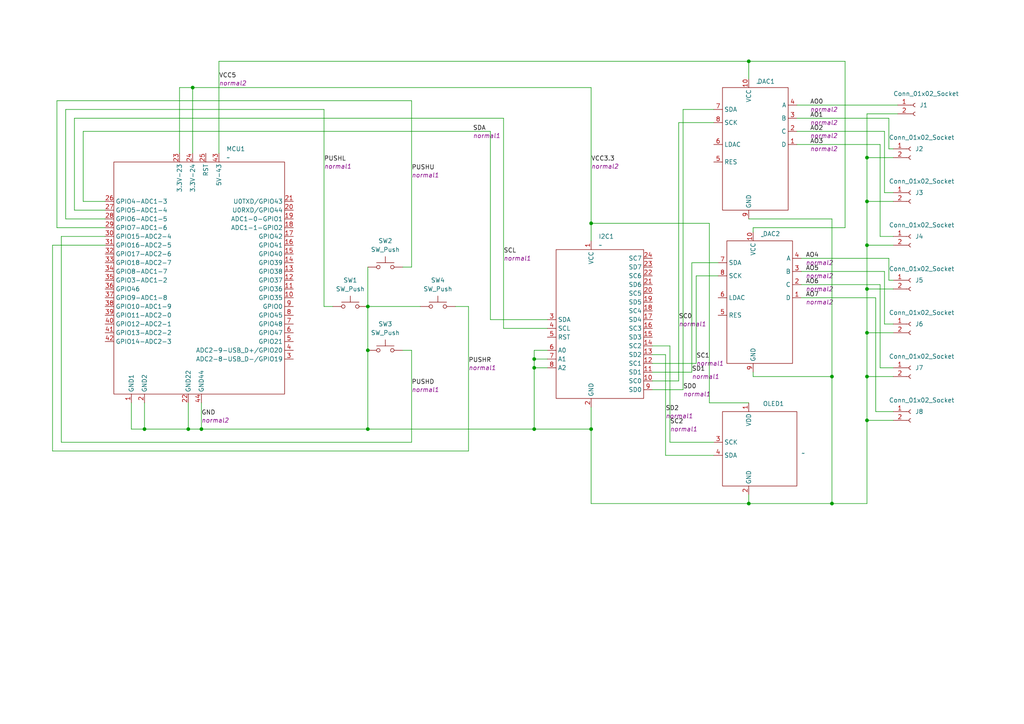
<source format=kicad_sch>
(kicad_sch (version 20250114) (generator "eeschema") (generator_version "9.0")
  (paper "A4")
  (title_block (title "MIDIWOUSH V8 Schaltplan") (date "2025-07-26") (rev "1") (company "Tutorius GbR"))
  (lib_symbols
    (symbol "20250611-MIDIWOUSH-V8:ESP32-S3-DevKitC-Ali"
      (property "Reference" "MCU" (at 10.922 37.338 0))
      (symbol "ESP32-S3-DevKitC-Ali_0_1"
        (rectangle (start -13.97 62.23) (end 35.56 -5.08))
      )
      (symbol "ESP32-S3-DevKitC-Ali_1_1"
        (pin bidirectional line (at -16.51 50.8 0) (length 2.54) (name "GPIO4-ADC1-3") (number "26"))
        (pin bidirectional line (at -16.51 48.26 0) (length 2.54) (name "GPIO5-ADC1-4") (number "27"))
        (pin bidirectional line (at -16.51 45.72 0) (length 2.54) (name "GPIO6-ADC1-5") (number "28"))
        (pin bidirectional line (at -16.51 43.18 0) (length 2.54) (name "GPIO7-ADC1-6") (number "29"))
        (pin bidirectional line (at -16.51 40.64 0) (length 2.54) (name "GPIO15-ADC2-4") (number "30"))
        (pin bidirectional line (at -16.51 38.1 0) (length 2.54) (name "GPIO16-ADC2-5") (number "31"))
        (pin bidirectional line (at -16.51 35.56 0) (length 2.54) (name "GPIO17-ADC2-6") (number "32"))
        (pin bidirectional line (at -16.51 33.02 0) (length 2.54) (name "GPIO18-ADC2-7") (number "33"))
        (pin bidirectional line (at -16.51 30.48 0) (length 2.54) (name "GPIO8-ADC1-7") (number "34"))
        (pin bidirectional line (at -16.51 27.94 0) (length 2.54) (name "GPIO3-ADC1-2") (number "35"))
        (pin bidirectional line (at -16.51 25.4 0) (length 2.54) (name "GPIO46") (number "36"))
        (pin bidirectional line (at -16.51 22.86 0) (length 2.54) (name "GPIO9-ADC1-8") (number "37"))
        (pin bidirectional line (at -16.51 20.32 0) (length 2.54) (name "GPIO10-ADC1-9") (number "38"))
        (pin bidirectional line (at -16.51 17.78 0) (length 2.54) (name "GPIO11-ADC2-0") (number "39"))
        (pin bidirectional line (at -16.51 15.24 0) (length 2.54) (name "GPIO12-ADC2-1") (number "40"))
        (pin bidirectional line (at -16.51 12.7 0) (length 2.54) (name "GPIO13-ADC2-2") (number "41"))
        (pin bidirectional line (at -16.51 10.16 0) (length 2.54) (name "GPIO14-ADC2-3") (number "42"))
        (pin power_in line (at -8.89 -7.62 90) (length 2.54) (name "GND1") (number "1"))
        (pin power_in line (at -5.08 -7.62 90) (length 2.54) (name "GND2") (number "2"))
        (pin power_in line (at 5.08 64.77 270) (length 2.54) (name "3.3V-23") (number "23"))
        (pin power_in line (at 7.62 -7.62 90) (length 2.54) (name "GND22") (number "22"))
        (pin power_in line (at 8.89 64.77 270) (length 2.54) (name "3.3V-24") (number "24"))
        (pin power_in line (at 11.43 -7.62 90) (length 2.54) (name "GND44") (number "44"))
        (pin input line (at 12.7 64.77 270) (length 2.54) (name "RST") (number "25"))
        (pin power_in line (at 16.51 64.77 270) (length 2.54) (name "5V-43") (number "43"))
        (pin bidirectional line (at 38.1 50.8 180) (length 2.54) (name "U0TXD/GPIO43") (number "21"))
        (pin bidirectional line (at 38.1 48.26 180) (length 2.54) (name "U0RXD/GPIO44") (number "20"))
        (pin bidirectional line (at 38.1 45.72 180) (length 2.54) (name "ADC1-0-GPIO1") (number "19"))
        (pin bidirectional line (at 38.1 43.18 180) (length 2.54) (name "ADC1-1-GPIO2") (number "18"))
        (pin bidirectional line (at 38.1 40.64 180) (length 2.54) (name "GPIO42") (number "17"))
        (pin bidirectional line (at 38.1 38.1 180) (length 2.54) (name "GPIO41") (number "16"))
        (pin bidirectional line (at 38.1 35.56 180) (length 2.54) (name "GPIO40") (number "15"))
        (pin bidirectional line (at 38.1 33.02 180) (length 2.54) (name "GPIO39") (number "14"))
        (pin bidirectional line (at 38.1 30.48 180) (length 2.54) (name "GPIO38") (number "13"))
        (pin bidirectional line (at 38.1 27.94 180) (length 2.54) (name "GPIO37") (number "12"))
        (pin bidirectional line (at 38.1 25.4 180) (length 2.54) (name "GPIO36") (number "11"))
        (pin bidirectional line (at 38.1 22.86 180) (length 2.54) (name "GPIO35") (number "10"))
        (pin bidirectional line (at 38.1 20.32 180) (length 2.54) (name "GPIO0") (number "9"))
        (pin bidirectional line (at 38.1 17.78 180) (length 2.54) (name "GPIO45") (number "8"))
        (pin bidirectional line (at 38.1 15.24 180) (length 2.54) (name "GPIO48") (number "7"))
        (pin bidirectional line (at 38.1 12.7 180) (length 2.54) (name "GPIO47") (number "6"))
        (pin bidirectional line (at 38.1 10.16 180) (length 2.54) (name "GPIO21") (number "5"))
        (pin bidirectional line (at 38.1 7.62 180) (length 2.54) (name "ADC2-9-USB_D+/GPIO20") (number "4"))
        (pin bidirectional line (at 38.1 5.08 180) (length 2.54) (name "ADC2-8-USB_D-/GPIO19") (number "3"))
      )
    )
    (symbol "20250611-MIDIWOUSH-V8:MCP4728"
      (property "Reference" "DAC" (at 0.254 4.318 0))
      (symbol "MCP4728_0_1"
        (rectangle (start -10.16 30.48) (end 8.89 -5.08))
      )
      (symbol "MCP4728_1_1"
        (pin bidirectional line (at -12.7 24.13 0) (length 2.54) (name "SDA") (number "7"))
        (pin bidirectional line (at -12.7 20.32 0) (length 2.54) (name "SCK") (number "8"))
        (pin input line (at -12.7 13.97 0) (length 2.54) (name "LDAC") (number "6"))
        (pin input line (at -12.7 8.89 0) (length 2.54) (name "RES") (number "5"))
        (pin power_in line (at -2.54 33.02 270) (length 2.54) (name "VCC") (number "10"))
        (pin power_in line (at -2.54 -7.62 90) (length 2.54) (name "GND") (number "9"))
        (pin output line (at 11.43 25.4 180) (length 2.54) (name "A") (number "4"))
        (pin output line (at 11.43 21.59 180) (length 2.54) (name "B") (number "3"))
        (pin output line (at 11.43 17.78 180) (length 2.54) (name "C") (number "2"))
        (pin output line (at 11.43 13.97 180) (length 2.54) (name "D") (number "1"))
      )
    )
    (symbol "20250611-MIDIWOUSH-V8:OLED-1.3{dblquote}-SH1106-128x64"
      (property "Reference" "OLED" (at 0.254 3.048 0))
      (symbol "OLED-1.3{dblquote}-SH1106-128x64_0_1"
        (rectangle (start -10.16 15.24) (end 11.43 -6.35))
      )
      (symbol "OLED-1.3{dblquote}-SH1106-128x64_1_1"
        (pin bidirectional line (at -12.7 6.35 0) (length 2.54) (name "SCK") (number "3"))
        (pin bidirectional line (at -12.7 2.54 0) (length 2.54) (name "SDA") (number "4"))
        (pin power_in line (at -2.54 17.78 270) (length 2.54) (name "VDD") (number "1"))
        (pin power_in line (at -2.54 -8.89 90) (length 2.54) (name "GND") (number "2"))
      )
    )
    (symbol "20250611-MIDIWOUSH-V8:TCA9548A"
      (property "Reference" "I2C" (at -5.842 5.842 0))
      (symbol "TCA9548A_0_1"
        (rectangle (start -19.05 30.48) (end 6.35 -12.7))
      )
      (symbol "TCA9548A_1_1"
        (pin bidirectional line (at -21.59 10.16 0) (length 2.54) (name "SDA") (number "3"))
        (pin bidirectional line (at -21.59 7.62 0) (length 2.54) (name "SCL") (number "4"))
        (pin input line (at -21.59 5.08 0) (length 2.54) (name "RST") (number "5"))
        (pin input line (at -21.59 1.27 0) (length 2.54) (name "A0") (number "6"))
        (pin input line (at -21.59 -1.27 0) (length 2.54) (name "A1") (number "7"))
        (pin input line (at -21.59 -3.81 0) (length 2.54) (name "A2") (number "8"))
        (pin power_in line (at -8.89 33.02 270) (length 2.54) (name "VCC") (number "1"))
        (pin power_in line (at -8.89 -15.24 90) (length 2.54) (name "GND") (number "2"))
        (pin bidirectional line (at 8.89 27.94 180) (length 2.54) (name "SC7") (number "24"))
        (pin bidirectional line (at 8.89 25.4 180) (length 2.54) (name "SD7") (number "23"))
        (pin bidirectional line (at 8.89 22.86 180) (length 2.54) (name "SC6") (number "22"))
        (pin bidirectional line (at 8.89 20.32 180) (length 2.54) (name "SD6") (number "21"))
        (pin bidirectional line (at 8.89 17.78 180) (length 2.54) (name "SC5") (number "20"))
        (pin bidirectional line (at 8.89 15.24 180) (length 2.54) (name "SD5") (number "19"))
        (pin bidirectional line (at 8.89 12.7 180) (length 2.54) (name "SC4") (number "18"))
        (pin bidirectional line (at 8.89 10.16 180) (length 2.54) (name "SD4") (number "17"))
        (pin bidirectional line (at 8.89 7.62 180) (length 2.54) (name "SC3") (number "16"))
        (pin bidirectional line (at 8.89 5.08 180) (length 2.54) (name "SD3") (number "15"))
        (pin bidirectional line (at 8.89 2.54 180) (length 2.54) (name "SC2") (number "14"))
        (pin bidirectional line (at 8.89 0 180) (length 2.54) (name "SD2") (number "13"))
        (pin bidirectional line (at 8.89 -2.54 180) (length 2.54) (name "SC1") (number "12"))
        (pin bidirectional line (at 8.89 -5.08 180) (length 2.54) (name "SD1") (number "11"))
        (pin bidirectional line (at 8.89 -7.62 180) (length 2.54) (name "SC0") (number "10"))
        (pin bidirectional line (at 8.89 -10.16 180) (length 2.54) (name "SD0") (number "9"))
      )
    )
    (symbol "Connector:Conn_01x02_Socket" (pin_names (offset 1.016) (hide yes))
      (property "Reference" "J" (at 0 2.54 0))
      (property "Value" "Conn_01x02_Socket" (at 0 -5.08 0))
      (symbol "Conn_01x02_Socket_1_1"
        (polyline (pts (xy -1.27 0) (xy -0.508 0)) (stroke (width 0.1524)))
        (polyline (pts (xy -1.27 -2.54) (xy -0.508 -2.54)) (stroke (width 0.1524)))
        (arc (start 0 -0.508) (mid -0.5058 0) (end 0 0.508) (stroke (width 0.1524)))
        (arc (start 0 -3.048) (mid -0.5058 -2.54) (end 0 -2.032) (stroke (width 0.1524)))
        (pin passive line (at -5.08 0 0) (length 3.81) (name "Pin_1") (number "1"))
        (pin passive line (at -5.08 -2.54 0) (length 3.81) (name "Pin_2") (number "2"))
      )
    )
    (symbol "Switch:SW_Push" (pin_numbers (hide yes)) (pin_names (offset 1.016) (hide yes))
      (property "Reference" "SW" (at 1.27 2.54 0))
      (property "Value" "SW_Push" (at 0 -1.524 0))
      (symbol "SW_Push_0_1"
        (circle (center -2.032 0) (radius 0.508))
        (polyline (pts (xy 0 1.27) (xy 0 3.048)))
        (circle (center 2.032 0) (radius 0.508))
        (polyline (pts (xy 2.54 1.27) (xy -2.54 1.27)))
        (pin passive line (at -5.08 0 0) (length 2.54) (name "1") (number "1"))
        (pin passive line (at 5.08 0 180) (length 2.54) (name "2") (number "2"))
      )
    )
  )
  (junction (at 171.45 124.46))
  (junction (at 251.46 121.92))
  (junction (at 251.46 71.12))
  (junction (at 251.46 96.52))
  (junction (at 217.17 17.78))
  (junction (at 251.46 83.82))
  (junction (at 251.46 109.22))
  (junction (at 55.88 25.4))
  (junction (at 154.94 124.46))
  (junction (at 251.46 58.42))
  (junction (at 58.42 124.46))
  (junction (at 41.91 124.46))
  (junction (at 171.45 64.77))
  (junction (at 251.46 45.72))
  (junction (at 54.61 124.46))
  (junction (at 154.94 106.68))
  (junction (at 106.68 88.9))
  (junction (at 241.3 109.22))
  (junction (at 241.3 146.05))
  (junction (at 106.68 124.46))
  (junction (at 106.68 101.6))
  (junction (at 217.17 146.05))
  (junction (at 154.94 104.14))
  (wire (pts (xy 119.38 101.6) (xy 116.84 101.6)))
  (wire (pts (xy 21.59 60.96) (xy 21.59 34.29)))
  (wire (pts (xy 254 119.38) (xy 259.08 119.38)))
  (wire (pts (xy 158.75 104.14) (xy 154.94 104.14)))
  (wire (pts (xy 119.38 77.47) (xy 116.84 77.47)))
  (wire (pts (xy 257.81 34.29) (xy 257.81 43.18)))
  (wire (pts (xy 217.17 143.51) (xy 217.17 146.05)))
  (wire (pts (xy 19.05 31.75) (xy 93.98 31.75)))
  (wire (pts (xy 171.45 64.77) (xy 171.45 69.85)))
  (wire (pts (xy 41.91 116.84) (xy 41.91 124.46)))
  (wire (pts (xy 251.46 71.12) (xy 259.08 71.12)))
  (wire (pts (xy 15.24 130.81) (xy 135.89 130.81)))
  (wire (pts (xy 231.14 34.29) (xy 257.81 34.29)))
  (wire (pts (xy 196.85 35.56) (xy 207.01 35.56)))
  (wire (pts (xy 106.68 77.47) (xy 106.68 88.9)))
  (wire (pts (xy 189.23 110.49) (xy 196.85 110.49)))
  (wire (pts (xy 16.51 29.21) (xy 119.38 29.21)))
  (wire (pts (xy 52.07 44.45) (xy 52.07 25.4)))
  (wire (pts (xy 158.75 101.6) (xy 154.94 101.6)))
  (wire (pts (xy 251.46 58.42) (xy 259.08 58.42)))
  (wire (pts (xy 231.14 41.91) (xy 255.27 41.91)))
  (wire (pts (xy 24.13 58.42) (xy 24.13 38.1)))
  (wire (pts (xy 255.27 68.58) (xy 259.08 68.58)))
  (wire (pts (xy 106.68 88.9) (xy 106.68 101.6)))
  (wire (pts (xy 200.66 107.95) (xy 200.66 76.2)))
  (wire (pts (xy 217.17 17.78) (xy 217.17 22.86)))
  (wire (pts (xy 154.94 104.14) (xy 154.94 106.68)))
  (wire (pts (xy 217.17 63.5) (xy 241.3 63.5)))
  (wire (pts (xy 257.81 43.18) (xy 259.08 43.18)))
  (wire (pts (xy 52.07 25.4) (xy 55.88 25.4)))
  (wire (pts (xy 30.48 68.58) (xy 17.78 68.58)))
  (wire (pts (xy 30.48 71.12) (xy 15.24 71.12)))
  (wire (pts (xy 55.88 25.4) (xy 171.45 25.4)))
  (wire (pts (xy 251.46 33.02) (xy 260.35 33.02)))
  (wire (pts (xy 251.46 83.82) (xy 259.08 83.82)))
  (wire (pts (xy 154.94 124.46) (xy 154.94 106.68)))
  (wire (pts (xy 232.41 82.55) (xy 255.27 82.55)))
  (wire (pts (xy 232.41 86.36) (xy 254 86.36)))
  (wire (pts (xy 255.27 106.68) (xy 259.08 106.68)))
  (wire (pts (xy 189.23 102.87) (xy 193.04 102.87)))
  (wire (pts (xy 241.3 63.5) (xy 241.3 109.22)))
  (wire (pts (xy 201.93 105.41) (xy 201.93 80.01)))
  (wire (pts (xy 198.12 31.75) (xy 207.01 31.75)))
  (wire (pts (xy 251.46 109.22) (xy 251.46 96.52)))
  (wire (pts (xy 251.46 121.92) (xy 251.46 146.05)))
  (wire (pts (xy 251.46 96.52) (xy 259.08 96.52)))
  (wire (pts (xy 63.5 17.78) (xy 217.17 17.78)))
  (wire (pts (xy 41.91 124.46) (xy 54.61 124.46)))
  (wire (pts (xy 196.85 110.49) (xy 196.85 35.56)))
  (wire (pts (xy 231.14 38.1) (xy 256.54 38.1)))
  (wire (pts (xy 17.78 128.27) (xy 119.38 128.27)))
  (wire (pts (xy 171.45 124.46) (xy 171.45 146.05)))
  (wire (pts (xy 189.23 105.41) (xy 201.93 105.41)))
  (wire (pts (xy 255.27 41.91) (xy 255.27 68.58)))
  (wire (pts (xy 106.68 101.6) (xy 106.68 124.46)))
  (wire (pts (xy 142.24 38.1) (xy 142.24 92.71)))
  (wire (pts (xy 257.81 81.28) (xy 259.08 81.28)))
  (wire (pts (xy 254 86.36) (xy 254 119.38)))
  (wire (pts (xy 251.46 121.92) (xy 251.46 109.22)))
  (wire (pts (xy 193.04 132.08) (xy 207.01 132.08)))
  (wire (pts (xy 16.51 66.04) (xy 16.51 29.21)))
  (wire (pts (xy 241.3 109.22) (xy 218.44 109.22)))
  (wire (pts (xy 30.48 58.42) (xy 24.13 58.42)))
  (wire (pts (xy 58.42 124.46) (xy 106.68 124.46)))
  (wire (pts (xy 217.17 116.84) (xy 205.74 116.84)))
  (wire (pts (xy 218.44 109.22) (xy 218.44 107.95)))
  (wire (pts (xy 198.12 113.03) (xy 198.12 31.75)))
  (wire (pts (xy 106.68 124.46) (xy 154.94 124.46)))
  (wire (pts (xy 232.41 74.93) (xy 257.81 74.93)))
  (wire (pts (xy 194.31 100.33) (xy 194.31 128.27)))
  (wire (pts (xy 256.54 38.1) (xy 256.54 55.88)))
  (wire (pts (xy 189.23 100.33) (xy 194.31 100.33)))
  (wire (pts (xy 251.46 71.12) (xy 251.46 58.42)))
  (wire (pts (xy 146.05 95.25) (xy 158.75 95.25)))
  (wire (pts (xy 38.1 116.84) (xy 38.1 124.46)))
  (wire (pts (xy 106.68 88.9) (xy 121.92 88.9)))
  (wire (pts (xy 154.94 106.68) (xy 158.75 106.68)))
  (wire (pts (xy 205.74 64.77) (xy 171.45 64.77)))
  (wire (pts (xy 171.45 25.4) (xy 171.45 64.77)))
  (wire (pts (xy 54.61 124.46) (xy 58.42 124.46)))
  (wire (pts (xy 251.46 45.72) (xy 259.08 45.72)))
  (wire (pts (xy 58.42 124.46) (xy 58.42 116.84)))
  (wire (pts (xy 193.04 102.87) (xy 193.04 132.08)))
  (wire (pts (xy 241.3 146.05) (xy 241.3 109.22)))
  (wire (pts (xy 218.44 66.04) (xy 245.11 66.04)))
  (wire (pts (xy 232.41 78.74) (xy 256.54 78.74)))
  (wire (pts (xy 146.05 34.29) (xy 146.05 95.25)))
  (wire (pts (xy 259.08 121.92) (xy 251.46 121.92)))
  (wire (pts (xy 171.45 146.05) (xy 217.17 146.05)))
  (wire (pts (xy 251.46 83.82) (xy 251.46 71.12)))
  (wire (pts (xy 142.24 92.71) (xy 158.75 92.71)))
  (wire (pts (xy 15.24 71.12) (xy 15.24 130.81)))
  (wire (pts (xy 171.45 124.46) (xy 154.94 124.46)))
  (wire (pts (xy 251.46 146.05) (xy 241.3 146.05)))
  (wire (pts (xy 231.14 30.48) (xy 260.35 30.48)))
  (wire (pts (xy 171.45 118.11) (xy 171.45 124.46)))
  (wire (pts (xy 189.23 107.95) (xy 200.66 107.95)))
  (wire (pts (xy 93.98 31.75) (xy 93.98 88.9)))
  (wire (pts (xy 256.54 93.98) (xy 259.08 93.98)))
  (wire (pts (xy 245.11 66.04) (xy 245.11 17.78)))
  (wire (pts (xy 200.66 76.2) (xy 208.28 76.2)))
  (wire (pts (xy 201.93 80.01) (xy 208.28 80.01)))
  (wire (pts (xy 257.81 74.93) (xy 257.81 81.28)))
  (wire (pts (xy 194.31 128.27) (xy 207.01 128.27)))
  (wire (pts (xy 251.46 109.22) (xy 259.08 109.22)))
  (wire (pts (xy 135.89 130.81) (xy 135.89 88.9)))
  (wire (pts (xy 189.23 113.03) (xy 198.12 113.03)))
  (wire (pts (xy 251.46 58.42) (xy 251.46 45.72)))
  (wire (pts (xy 63.5 44.45) (xy 63.5 17.78)))
  (wire (pts (xy 255.27 82.55) (xy 255.27 106.68)))
  (wire (pts (xy 38.1 124.46) (xy 41.91 124.46)))
  (wire (pts (xy 55.88 25.4) (xy 55.88 44.45)))
  (wire (pts (xy 21.59 34.29) (xy 146.05 34.29)))
  (wire (pts (xy 119.38 29.21) (xy 119.38 77.47)))
  (wire (pts (xy 251.46 45.72) (xy 251.46 33.02)))
  (wire (pts (xy 154.94 101.6) (xy 154.94 104.14)))
  (wire (pts (xy 119.38 128.27) (xy 119.38 101.6)))
  (wire (pts (xy 30.48 60.96) (xy 21.59 60.96)))
  (wire (pts (xy 135.89 88.9) (xy 132.08 88.9)))
  (wire (pts (xy 30.48 66.04) (xy 16.51 66.04)))
  (wire (pts (xy 217.17 146.05) (xy 241.3 146.05)))
  (wire (pts (xy 256.54 55.88) (xy 259.08 55.88)))
  (wire (pts (xy 30.48 63.5) (xy 19.05 63.5)))
  (wire (pts (xy 24.13 38.1) (xy 142.24 38.1)))
  (wire (pts (xy 205.74 116.84) (xy 205.74 64.77)))
  (wire (pts (xy 218.44 67.31) (xy 218.44 66.04)))
  (wire (pts (xy 256.54 78.74) (xy 256.54 93.98)))
  (wire (pts (xy 93.98 88.9) (xy 96.52 88.9)))
  (wire (pts (xy 17.78 68.58) (xy 17.78 128.27)))
  (wire (pts (xy 19.05 63.5) (xy 19.05 31.75)))
  (wire (pts (xy 251.46 96.52) (xy 251.46 83.82)))
  (wire (pts (xy 54.61 116.84) (xy 54.61 124.46)))
  (wire (pts (xy 217.17 17.78) (xy 245.11 17.78)))
  (label "AO5" (at 233.68 78.74 0) (property "Netclass" "normal2" (at 233.68 80.01 0) (effects (font (italic yes)) (justify left))))
  (label "AO1" (at 234.95 34.29 0) (property "Netclass" "normal2" (at 234.95 35.56 0) (effects (font (italic yes)) (justify left))))
  (label "SC1" (at 201.93 104.14 0) (property "Netclass" "normal1" (at 201.93 105.41 0) (effects (font (italic yes)) (justify left))))
  (label "VCC5" (at 63.5 22.86 0) (property "Netclass" "normal2" (at 63.5 24.13 0) (effects (font (italic yes)) (justify left))))
  (label "AO2" (at 234.95 38.1 0) (property "Netclass" "normal2" (at 234.95 39.37 0) (effects (font (italic yes)) (justify left))))
  (label "PUSHR" (at 135.89 105.41 0) (property "Netclass" "normal1" (at 135.89 106.68 0) (effects (font (italic yes)) (justify left))))
  (label "AO3" (at 234.95 41.91 0) (property "Netclass" "normal2" (at 234.95 43.18 0) (effects (font (italic yes)) (justify left))))
  (label "SC0" (at 196.85 92.71 0) (property "Netclass" "normal1" (at 196.85 93.98 0) (effects (font (italic yes)) (justify left))))
  (label "SCL" (at 146.05 73.66 0) (property "Netclass" "normal1" (at 146.05 74.93 0) (effects (font (italic yes)) (justify left))))
  (label "AO0" (at 234.95 30.48 0) (property "Netclass" "normal2" (at 234.95 31.75 0) (effects (font (italic yes)) (justify left))))
  (label "AO7" (at 233.68 86.36 0) (property "Netclass" "normal2" (at 233.68 87.63 0) (effects (font (italic yes)) (justify left))))
  (label "GND" (at 58.42 120.65 0) (property "Netclass" "normal2" (at 58.42 121.92 0) (effects (font (italic yes)) (justify left))))
  (label "PUSHL" (at 93.98 46.99 0) (property "Netclass" "normal1" (at 93.98 48.26 0) (effects (font (italic yes)) (justify left))))
  (label "SC2" (at 194.31 123.19 0) (property "Netclass" "normal1" (at 194.31 124.46 0) (effects (font (italic yes)) (justify left))))
  (label "SD1" (at 200.66 107.95 0) (property "Netclass" "normal1" (at 200.66 109.22 0) (effects (font (italic yes)) (justify left))))
  (label "PUSHD" (at 119.38 111.76 0) (property "Netclass" "normal1" (at 119.38 113.03 0) (effects (font (italic yes)) (justify left))))
  (label "VCC3.3" (at 171.45 46.99 0) (property "Netclass" "normal2" (at 171.45 48.26 0) (effects (font (italic yes)) (justify left))))
  (label "AO6" (at 233.68 82.55 0) (property "Netclass" "normal2" (at 233.68 83.82 0) (effects (font (italic yes)) (justify left))))
  (label "SD2" (at 193.04 119.38 0) (property "Netclass" "normal1" (at 193.04 120.65 0) (effects (font (italic yes)) (justify left))))
  (label "PUSHU" (at 119.38 49.53 0) (property "Netclass" "normal1" (at 119.38 50.8 0) (effects (font (italic yes)) (justify left))))
  (label "AO4" (at 233.68 74.93 0) (property "Netclass" "normal2" (at 233.68 76.2 0) (effects (font (italic yes)) (justify left))))
  (label "SDA" (at 137.16 38.1 0) (property "Netclass" "normal1" (at 137.16 39.37 0) (effects (font (italic yes)) (justify left))))
  (label "SD0" (at 198.12 113.03 0) (property "Netclass" "normal1" (at 198.12 114.3 0) (effects (font (italic yes)) (justify left))))
  (symbol (lib_id "Connector:Conn_01x02_Socket") (at 264.16 81.28 0) (unit 1)
    (property "Reference" "J5" (at 265.43 81.2799 0) (effects (justify left)))
    (property "Value" "Conn_01x02_Socket" (at 257.81 77.978 0) (effects (justify left)))
    (property "Footprint" "Connector_PinSocket_2.54mm:PinSocket_1x02_P2.54mm_Vertical" (effects (hide yes)))
    (property "Description" "Generic connector, single row, 01x02, script generated" (effects (hide yes)))
  )
  (symbol (lib_id "20250611-MIDIWOUSH-V8:TCA9548A") (at 180.34 102.87 0) (unit 1)
    (property "Reference" "I2C1" (at 173.5933 68.58 0) (effects (justify left)))
    (property "Value" "~" (at 173.5933 71.12 0) (effects (justify left)))
    (property "Footprint" "20250611-MIDIWOUSH:TCA9548A" (effects (hide yes)))
  )
  (symbol (lib_id "Switch:SW_Push") (at 111.76 101.6 0) (unit 1)
    (property "Reference" "SW3" (at 111.76 93.98 0))
    (property "Value" "SW_Push" (at 111.76 96.52 0))
    (property "Footprint" "20250611-MIDIWOUSH:SWITCH1" (effects (hide yes)))
    (property "Description" "Push button switch, generic, two pins" (effects (hide yes)))
  )
  (symbol (lib_id "Connector:Conn_01x02_Socket") (at 264.16 119.38 0) (unit 1)
    (property "Reference" "J8" (at 265.43 119.3799 0) (effects (justify left)))
    (property "Value" "Conn_01x02_Socket" (at 257.81 116.078 0) (effects (justify left)))
    (property "Footprint" "Connector_PinSocket_2.54mm:PinSocket_1x02_P2.54mm_Vertical" (effects (hide yes)))
    (property "Description" "Generic connector, single row, 01x02, script generated" (effects (hide yes)))
  )
  (symbol (lib_id "Connector:Conn_01x02_Socket") (at 265.43 30.48 0) (unit 1)
    (property "Reference" "J1" (at 266.7 30.4799 0) (effects (justify left)))
    (property "Value" "Conn_01x02_Socket" (at 259.08 27.178 0) (effects (justify left)))
    (property "Footprint" "Connector_PinSocket_2.54mm:PinSocket_1x02_P2.54mm_Vertical" (effects (hide yes)))
    (property "Description" "Generic connector, single row, 01x02, script generated" (effects (hide yes)))
  )
  (symbol (lib_id "20250611-MIDIWOUSH-V8:MCP4728") (at 220.98 100.33 0) (unit 1)
    (property "Reference" "DAC2" (at 221.234 67.818 0) (effects (justify left)))
    (property "Value" "~" (at 220.5833 68.58 0) (effects (justify left)))
    (property "Footprint" "20250611-MIDIWOUSH:MCP4728" (effects (hide yes)))
  )
  (symbol (lib_id "Connector:Conn_01x02_Socket") (at 264.16 43.18 0) (unit 1)
    (property "Reference" "J2" (at 265.43 43.1799 0) (effects (justify left)))
    (property "Value" "Conn_01x02_Socket" (at 257.81 39.878 0) (effects (justify left)))
    (property "Footprint" "Connector_PinSocket_2.54mm:PinSocket_1x02_P2.54mm_Vertical" (effects (hide yes)))
    (property "Description" "Generic connector, single row, 01x02, script generated" (effects (hide yes)))
  )
  (symbol (lib_id "20250611-MIDIWOUSH-V8:MCP4728") (at 219.71 55.88 0) (unit 1)
    (property "Reference" "DAC1" (at 219.71 23.622 0) (effects (justify left)))
    (property "Value" "~" (at 219.3133 24.13 0) (effects (justify left)))
    (property "Footprint" "20250611-MIDIWOUSH:MCP4728" (effects (hide yes)))
  )
  (symbol (lib_id "Connector:Conn_01x02_Socket") (at 264.16 106.68 0) (unit 1)
    (property "Reference" "J7" (at 265.43 106.6799 0) (effects (justify left)))
    (property "Value" "Conn_01x02_Socket" (at 257.81 103.378 0) (effects (justify left)))
    (property "Footprint" "Connector_PinSocket_2.54mm:PinSocket_1x02_P2.54mm_Vertical" (effects (hide yes)))
    (property "Description" "Generic connector, single row, 01x02, script generated" (effects (hide yes)))
  )
  (symbol (lib_id "Switch:SW_Push") (at 127 88.9 0) (unit 1)
    (property "Reference" "SW4" (at 127 81.28 0))
    (property "Value" "SW_Push" (at 127 83.82 0))
    (property "Footprint" "20250611-MIDIWOUSH:SWITCH1" (effects (hide yes)))
    (property "Description" "Push button switch, generic, two pins" (effects (hide yes)))
  )
  (symbol (lib_id "Switch:SW_Push") (at 111.76 77.47 0) (unit 1)
    (property "Reference" "SW2" (at 111.76 69.85 0))
    (property "Value" "SW_Push" (at 111.76 72.39 0))
    (property "Footprint" "20250611-MIDIWOUSH:SWITCH1" (effects (hide yes)))
    (property "Description" "Push button switch, generic, two pins" (effects (hide yes)))
  )
  (symbol (lib_id "Connector:Conn_01x02_Socket") (at 264.16 93.98 0) (unit 1)
    (property "Reference" "J6" (at 265.43 93.9799 0) (effects (justify left)))
    (property "Value" "Conn_01x02_Socket" (at 257.81 90.678 0) (effects (justify left)))
    (property "Footprint" "Connector_PinSocket_2.54mm:PinSocket_1x02_P2.54mm_Vertical" (effects (hide yes)))
    (property "Description" "Generic connector, single row, 01x02, script generated" (effects (hide yes)))
  )
  (symbol (lib_id "Connector:Conn_01x02_Socket") (at 264.16 55.88 0) (unit 1)
    (property "Reference" "J3" (at 265.43 55.8799 0) (effects (justify left)))
    (property "Value" "Conn_01x02_Socket" (at 257.81 52.578 0) (effects (justify left)))
    (property "Footprint" "Connector_PinSocket_2.54mm:PinSocket_1x02_P2.54mm_Vertical" (effects (hide yes)))
    (property "Description" "Generic connector, single row, 01x02, script generated" (effects (hide yes)))
  )
  (symbol (lib_id "20250611-MIDIWOUSH-V8:ESP32-S3-DevKitC-Ali") (at 46.99 109.22 0) (unit 1)
    (property "Reference" "MCU1" (at 65.6433 43.18 0) (effects (justify left)))
    (property "Value" "~" (at 65.6433 45.72 0) (effects (justify left)))
    (property "Footprint" "20250611-MIDIWOUSH:ESP32-S3-DevKitC-1" (effects (hide yes)))
  )
  (symbol (lib_id "20250611-MIDIWOUSH-V8:OLED-1.3{dblquote}-SH1106-128x64") (at 219.71 134.62 0) (unit 1)
    (property "Reference" "OLED1" (at 221.234 117.094 0) (effects (justify left)))
    (property "Value" "~" (at 232.41 131.445 0) (effects (justify left)))
    (property "Footprint" "20250611-MIDIWOUSH:OLED" (effects (hide yes)))
  )
  (symbol (lib_id "Connector:Conn_01x02_Socket") (at 264.16 68.58 0) (unit 1)
    (property "Reference" "J4" (at 265.43 68.5799 0) (effects (justify left)))
    (property "Value" "Conn_01x02_Socket" (at 257.81 65.278 0) (effects (justify left)))
    (property "Footprint" "Connector_PinSocket_2.54mm:PinSocket_1x02_P2.54mm_Vertical" (effects (hide yes)))
    (property "Description" "Generic connector, single row, 01x02, script generated" (effects (hide yes)))
  )
  (symbol (lib_id "Switch:SW_Push") (at 101.6 88.9 0) (unit 1)
    (property "Reference" "SW1" (at 101.6 81.28 0))
    (property "Value" "SW_Push" (at 101.6 83.82 0))
    (property "Footprint" "20250611-MIDIWOUSH:SWITCH1" (effects (hide yes)))
    (property "Description" "Push button switch, generic, two pins" (effects (hide yes)))
  )
)
</source>
